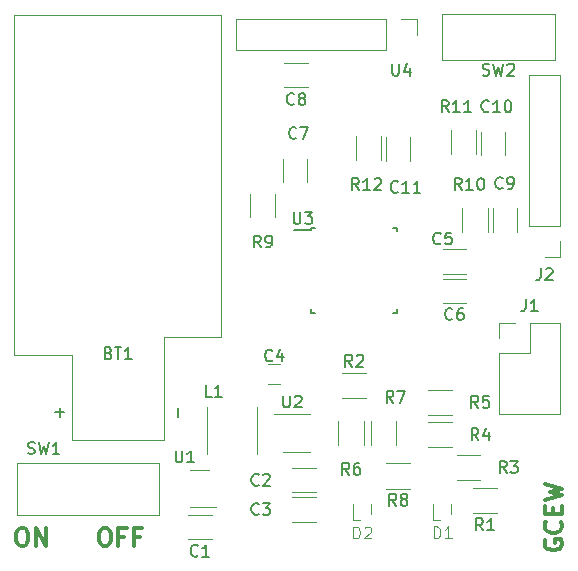
<source format=gto>
G04 #@! TF.FileFunction,Legend,Top*
%FSLAX46Y46*%
G04 Gerber Fmt 4.6, Leading zero omitted, Abs format (unit mm)*
G04 Created by KiCad (PCBNEW 4.0.7) date 10/19/18 11:12:39*
%MOMM*%
%LPD*%
G01*
G04 APERTURE LIST*
%ADD10C,0.100000*%
%ADD11C,0.300000*%
%ADD12C,0.120000*%
%ADD13C,0.150000*%
G04 APERTURE END LIST*
D10*
D11*
X138521429Y-144578571D02*
X138807143Y-144578571D01*
X138950001Y-144650000D01*
X139092858Y-144792857D01*
X139164286Y-145078571D01*
X139164286Y-145578571D01*
X139092858Y-145864286D01*
X138950001Y-146007143D01*
X138807143Y-146078571D01*
X138521429Y-146078571D01*
X138378572Y-146007143D01*
X138235715Y-145864286D01*
X138164286Y-145578571D01*
X138164286Y-145078571D01*
X138235715Y-144792857D01*
X138378572Y-144650000D01*
X138521429Y-144578571D01*
X140307144Y-145292857D02*
X139807144Y-145292857D01*
X139807144Y-146078571D02*
X139807144Y-144578571D01*
X140521430Y-144578571D01*
X141592858Y-145292857D02*
X141092858Y-145292857D01*
X141092858Y-146078571D02*
X141092858Y-144578571D01*
X141807144Y-144578571D01*
X131521428Y-144578571D02*
X131807142Y-144578571D01*
X131950000Y-144650000D01*
X132092857Y-144792857D01*
X132164285Y-145078571D01*
X132164285Y-145578571D01*
X132092857Y-145864286D01*
X131950000Y-146007143D01*
X131807142Y-146078571D01*
X131521428Y-146078571D01*
X131378571Y-146007143D01*
X131235714Y-145864286D01*
X131164285Y-145578571D01*
X131164285Y-145078571D01*
X131235714Y-144792857D01*
X131378571Y-144650000D01*
X131521428Y-144578571D01*
X132807143Y-146078571D02*
X132807143Y-144578571D01*
X133664286Y-146078571D01*
X133664286Y-144578571D01*
X175950000Y-145592857D02*
X175878571Y-145735714D01*
X175878571Y-145950000D01*
X175950000Y-146164285D01*
X176092857Y-146307143D01*
X176235714Y-146378571D01*
X176521429Y-146450000D01*
X176735714Y-146450000D01*
X177021429Y-146378571D01*
X177164286Y-146307143D01*
X177307143Y-146164285D01*
X177378571Y-145950000D01*
X177378571Y-145807143D01*
X177307143Y-145592857D01*
X177235714Y-145521428D01*
X176735714Y-145521428D01*
X176735714Y-145807143D01*
X177235714Y-144021428D02*
X177307143Y-144092857D01*
X177378571Y-144307143D01*
X177378571Y-144450000D01*
X177307143Y-144664285D01*
X177164286Y-144807143D01*
X177021429Y-144878571D01*
X176735714Y-144950000D01*
X176521429Y-144950000D01*
X176235714Y-144878571D01*
X176092857Y-144807143D01*
X175950000Y-144664285D01*
X175878571Y-144450000D01*
X175878571Y-144307143D01*
X175950000Y-144092857D01*
X176021429Y-144021428D01*
X176592857Y-143378571D02*
X176592857Y-142878571D01*
X177378571Y-142664285D02*
X177378571Y-143378571D01*
X175878571Y-143378571D01*
X175878571Y-142664285D01*
X175878571Y-142164285D02*
X177378571Y-141807142D01*
X176307143Y-141521428D01*
X177378571Y-141235714D01*
X175878571Y-140878571D01*
D12*
X154500000Y-138100000D02*
X153750000Y-138100000D01*
X154500000Y-138100000D02*
X156000000Y-138100000D01*
X154500000Y-134900000D02*
X153000000Y-134900000D01*
X154500000Y-134900000D02*
X156000000Y-134900000D01*
X135850000Y-129900000D02*
X135850000Y-137150000D01*
X135850000Y-137150000D02*
X143650000Y-137150000D01*
X143650000Y-137150000D02*
X143650000Y-128400000D01*
X143650000Y-128400000D02*
X148500000Y-128400000D01*
X148500000Y-128400000D02*
X148500000Y-101100000D01*
X148500000Y-101100000D02*
X131000000Y-101100000D01*
X131000000Y-101100000D02*
X131000000Y-129900000D01*
X131000000Y-129900000D02*
X135850000Y-129900000D01*
X147700000Y-143480000D02*
X145700000Y-143480000D01*
X145700000Y-145520000D02*
X147700000Y-145520000D01*
X154500000Y-141520000D02*
X156500000Y-141520000D01*
X156500000Y-139480000D02*
X154500000Y-139480000D01*
X154500000Y-144020000D02*
X156500000Y-144020000D01*
X156500000Y-141980000D02*
X154500000Y-141980000D01*
X169250000Y-120980000D02*
X167250000Y-120980000D01*
X167250000Y-123020000D02*
X169250000Y-123020000D01*
X167250000Y-125520000D02*
X169250000Y-125520000D01*
X169250000Y-123480000D02*
X167250000Y-123480000D01*
X155745000Y-115300000D02*
X155745000Y-113300000D01*
X153705000Y-113300000D02*
X153705000Y-115300000D01*
X153850000Y-107220000D02*
X155850000Y-107220000D01*
X155850000Y-105180000D02*
X153850000Y-105180000D01*
X173520000Y-119500000D02*
X173520000Y-117500000D01*
X171480000Y-117500000D02*
X171480000Y-119500000D01*
X170480000Y-111000000D02*
X170480000Y-113000000D01*
X172520000Y-113000000D02*
X172520000Y-111000000D01*
X162480000Y-111500000D02*
X162480000Y-113500000D01*
X164520000Y-113500000D02*
X164520000Y-111500000D01*
X172020000Y-134910000D02*
X177220000Y-134910000D01*
X172020000Y-129770000D02*
X172020000Y-134910000D01*
X177220000Y-127170000D02*
X177220000Y-134910000D01*
X172020000Y-129770000D02*
X174620000Y-129770000D01*
X174620000Y-129770000D02*
X174620000Y-127170000D01*
X174620000Y-127170000D02*
X177220000Y-127170000D01*
X172020000Y-128500000D02*
X172020000Y-127170000D01*
X172020000Y-127170000D02*
X173350000Y-127170000D01*
X177230000Y-106245000D02*
X174570000Y-106245000D01*
X177230000Y-119005000D02*
X177230000Y-106245000D01*
X174570000Y-119005000D02*
X174570000Y-106245000D01*
X177230000Y-119005000D02*
X174570000Y-119005000D01*
X177230000Y-120275000D02*
X177230000Y-121605000D01*
X177230000Y-121605000D02*
X175900000Y-121605000D01*
X151500000Y-134300000D02*
X151500000Y-138300000D01*
X147300000Y-134300000D02*
X147300000Y-138300000D01*
X169825000Y-141155000D02*
X171825000Y-141155000D01*
X171825000Y-143295000D02*
X169825000Y-143295000D01*
X158750000Y-131430000D02*
X160750000Y-131430000D01*
X160750000Y-133570000D02*
X158750000Y-133570000D01*
X168425000Y-138380000D02*
X170425000Y-138380000D01*
X170425000Y-140520000D02*
X168425000Y-140520000D01*
X166050000Y-135605000D02*
X168050000Y-135605000D01*
X168050000Y-137745000D02*
X166050000Y-137745000D01*
X166050000Y-132855000D02*
X168050000Y-132855000D01*
X168050000Y-134995000D02*
X166050000Y-134995000D01*
X160570000Y-135500000D02*
X160570000Y-137500000D01*
X158430000Y-137500000D02*
X158430000Y-135500000D01*
X163320000Y-135500000D02*
X163320000Y-137500000D01*
X161180000Y-137500000D02*
X161180000Y-135500000D01*
X164475000Y-141220000D02*
X162475000Y-141220000D01*
X162475000Y-139080000D02*
X164475000Y-139080000D01*
X153095000Y-116250000D02*
X153095000Y-118250000D01*
X150955000Y-118250000D02*
X150955000Y-116250000D01*
X168930000Y-119500000D02*
X168930000Y-117500000D01*
X171070000Y-117500000D02*
X171070000Y-119500000D01*
X170070000Y-110900000D02*
X170070000Y-112900000D01*
X167930000Y-112900000D02*
X167930000Y-110900000D01*
X162070000Y-111400000D02*
X162070000Y-113400000D01*
X159930000Y-113400000D02*
X159930000Y-111400000D01*
X143200000Y-139050000D02*
X131200000Y-139050000D01*
X131200000Y-139050000D02*
X131200000Y-143450000D01*
X131200000Y-143450000D02*
X143200000Y-143450000D01*
X143200000Y-143450000D02*
X143200000Y-139050000D01*
D10*
X176775000Y-104950000D02*
X176775000Y-101050000D01*
X176775000Y-101050000D02*
X167175000Y-101050000D01*
X167175000Y-101050000D02*
X167175000Y-104950000D01*
X167175000Y-104950000D02*
X176775000Y-104950000D01*
D13*
X156125000Y-119125000D02*
X156125000Y-119350000D01*
X163375000Y-119125000D02*
X163375000Y-119450000D01*
X163375000Y-126375000D02*
X163375000Y-126050000D01*
X156125000Y-126375000D02*
X156125000Y-126050000D01*
X156125000Y-119125000D02*
X156450000Y-119125000D01*
X156125000Y-126375000D02*
X156450000Y-126375000D01*
X163375000Y-126375000D02*
X163050000Y-126375000D01*
X163375000Y-119125000D02*
X163050000Y-119125000D01*
X156125000Y-119350000D02*
X154700000Y-119350000D01*
D12*
X149720000Y-101470000D02*
X149720000Y-104130000D01*
X162480000Y-101470000D02*
X149720000Y-101470000D01*
X162480000Y-104130000D02*
X149720000Y-104130000D01*
X162480000Y-101470000D02*
X162480000Y-104130000D01*
X163750000Y-101470000D02*
X165080000Y-101470000D01*
X165080000Y-101470000D02*
X165080000Y-102800000D01*
X167025000Y-143900000D02*
X166475000Y-143900000D01*
X166475000Y-143900000D02*
X166475000Y-143800000D01*
X167975000Y-143350000D02*
X167975000Y-142500000D01*
X166475000Y-143800000D02*
X166475000Y-142500000D01*
X160225000Y-143900000D02*
X159675000Y-143900000D01*
X159675000Y-143900000D02*
X159675000Y-143800000D01*
X161175000Y-143350000D02*
X161175000Y-142500000D01*
X159675000Y-143800000D02*
X159675000Y-142500000D01*
X146700000Y-139650000D02*
X147500000Y-139650000D01*
X146700000Y-139650000D02*
X145900000Y-139650000D01*
X146700000Y-142750000D02*
X148100000Y-142750000D01*
X146700000Y-142750000D02*
X145900000Y-142750000D01*
X153500000Y-130650000D02*
X152500000Y-130650000D01*
X152500000Y-132350000D02*
X153500000Y-132350000D01*
D13*
X153738095Y-133352381D02*
X153738095Y-134161905D01*
X153785714Y-134257143D01*
X153833333Y-134304762D01*
X153928571Y-134352381D01*
X154119048Y-134352381D01*
X154214286Y-134304762D01*
X154261905Y-134257143D01*
X154309524Y-134161905D01*
X154309524Y-133352381D01*
X154738095Y-133447619D02*
X154785714Y-133400000D01*
X154880952Y-133352381D01*
X155119048Y-133352381D01*
X155214286Y-133400000D01*
X155261905Y-133447619D01*
X155309524Y-133542857D01*
X155309524Y-133638095D01*
X155261905Y-133780952D01*
X154690476Y-134352381D01*
X155309524Y-134352381D01*
X138964286Y-129753571D02*
X139107143Y-129801190D01*
X139154762Y-129848810D01*
X139202381Y-129944048D01*
X139202381Y-130086905D01*
X139154762Y-130182143D01*
X139107143Y-130229762D01*
X139011905Y-130277381D01*
X138630952Y-130277381D01*
X138630952Y-129277381D01*
X138964286Y-129277381D01*
X139059524Y-129325000D01*
X139107143Y-129372619D01*
X139154762Y-129467857D01*
X139154762Y-129563095D01*
X139107143Y-129658333D01*
X139059524Y-129705952D01*
X138964286Y-129753571D01*
X138630952Y-129753571D01*
X139488095Y-129277381D02*
X140059524Y-129277381D01*
X139773809Y-130277381D02*
X139773809Y-129277381D01*
X140916667Y-130277381D02*
X140345238Y-130277381D01*
X140630952Y-130277381D02*
X140630952Y-129277381D01*
X140535714Y-129420238D01*
X140440476Y-129515476D01*
X140345238Y-129563095D01*
X144821429Y-135155952D02*
X144821429Y-134394047D01*
X134821429Y-135155952D02*
X134821429Y-134394047D01*
X135202381Y-134774999D02*
X134440476Y-134774999D01*
X146533334Y-146882143D02*
X146485715Y-146929762D01*
X146342858Y-146977381D01*
X146247620Y-146977381D01*
X146104762Y-146929762D01*
X146009524Y-146834524D01*
X145961905Y-146739286D01*
X145914286Y-146548810D01*
X145914286Y-146405952D01*
X145961905Y-146215476D01*
X146009524Y-146120238D01*
X146104762Y-146025000D01*
X146247620Y-145977381D01*
X146342858Y-145977381D01*
X146485715Y-146025000D01*
X146533334Y-146072619D01*
X147485715Y-146977381D02*
X146914286Y-146977381D01*
X147200000Y-146977381D02*
X147200000Y-145977381D01*
X147104762Y-146120238D01*
X147009524Y-146215476D01*
X146914286Y-146263095D01*
X151683334Y-140882143D02*
X151635715Y-140929762D01*
X151492858Y-140977381D01*
X151397620Y-140977381D01*
X151254762Y-140929762D01*
X151159524Y-140834524D01*
X151111905Y-140739286D01*
X151064286Y-140548810D01*
X151064286Y-140405952D01*
X151111905Y-140215476D01*
X151159524Y-140120238D01*
X151254762Y-140025000D01*
X151397620Y-139977381D01*
X151492858Y-139977381D01*
X151635715Y-140025000D01*
X151683334Y-140072619D01*
X152064286Y-140072619D02*
X152111905Y-140025000D01*
X152207143Y-139977381D01*
X152445239Y-139977381D01*
X152540477Y-140025000D01*
X152588096Y-140072619D01*
X152635715Y-140167857D01*
X152635715Y-140263095D01*
X152588096Y-140405952D01*
X152016667Y-140977381D01*
X152635715Y-140977381D01*
X151683334Y-143357143D02*
X151635715Y-143404762D01*
X151492858Y-143452381D01*
X151397620Y-143452381D01*
X151254762Y-143404762D01*
X151159524Y-143309524D01*
X151111905Y-143214286D01*
X151064286Y-143023810D01*
X151064286Y-142880952D01*
X151111905Y-142690476D01*
X151159524Y-142595238D01*
X151254762Y-142500000D01*
X151397620Y-142452381D01*
X151492858Y-142452381D01*
X151635715Y-142500000D01*
X151683334Y-142547619D01*
X152016667Y-142452381D02*
X152635715Y-142452381D01*
X152302381Y-142833333D01*
X152445239Y-142833333D01*
X152540477Y-142880952D01*
X152588096Y-142928571D01*
X152635715Y-143023810D01*
X152635715Y-143261905D01*
X152588096Y-143357143D01*
X152540477Y-143404762D01*
X152445239Y-143452381D01*
X152159524Y-143452381D01*
X152064286Y-143404762D01*
X152016667Y-143357143D01*
X167083334Y-120457143D02*
X167035715Y-120504762D01*
X166892858Y-120552381D01*
X166797620Y-120552381D01*
X166654762Y-120504762D01*
X166559524Y-120409524D01*
X166511905Y-120314286D01*
X166464286Y-120123810D01*
X166464286Y-119980952D01*
X166511905Y-119790476D01*
X166559524Y-119695238D01*
X166654762Y-119600000D01*
X166797620Y-119552381D01*
X166892858Y-119552381D01*
X167035715Y-119600000D01*
X167083334Y-119647619D01*
X167988096Y-119552381D02*
X167511905Y-119552381D01*
X167464286Y-120028571D01*
X167511905Y-119980952D01*
X167607143Y-119933333D01*
X167845239Y-119933333D01*
X167940477Y-119980952D01*
X167988096Y-120028571D01*
X168035715Y-120123810D01*
X168035715Y-120361905D01*
X167988096Y-120457143D01*
X167940477Y-120504762D01*
X167845239Y-120552381D01*
X167607143Y-120552381D01*
X167511905Y-120504762D01*
X167464286Y-120457143D01*
X168083334Y-126857143D02*
X168035715Y-126904762D01*
X167892858Y-126952381D01*
X167797620Y-126952381D01*
X167654762Y-126904762D01*
X167559524Y-126809524D01*
X167511905Y-126714286D01*
X167464286Y-126523810D01*
X167464286Y-126380952D01*
X167511905Y-126190476D01*
X167559524Y-126095238D01*
X167654762Y-126000000D01*
X167797620Y-125952381D01*
X167892858Y-125952381D01*
X168035715Y-126000000D01*
X168083334Y-126047619D01*
X168940477Y-125952381D02*
X168750000Y-125952381D01*
X168654762Y-126000000D01*
X168607143Y-126047619D01*
X168511905Y-126190476D01*
X168464286Y-126380952D01*
X168464286Y-126761905D01*
X168511905Y-126857143D01*
X168559524Y-126904762D01*
X168654762Y-126952381D01*
X168845239Y-126952381D01*
X168940477Y-126904762D01*
X168988096Y-126857143D01*
X169035715Y-126761905D01*
X169035715Y-126523810D01*
X168988096Y-126428571D01*
X168940477Y-126380952D01*
X168845239Y-126333333D01*
X168654762Y-126333333D01*
X168559524Y-126380952D01*
X168511905Y-126428571D01*
X168464286Y-126523810D01*
X154858334Y-111532143D02*
X154810715Y-111579762D01*
X154667858Y-111627381D01*
X154572620Y-111627381D01*
X154429762Y-111579762D01*
X154334524Y-111484524D01*
X154286905Y-111389286D01*
X154239286Y-111198810D01*
X154239286Y-111055952D01*
X154286905Y-110865476D01*
X154334524Y-110770238D01*
X154429762Y-110675000D01*
X154572620Y-110627381D01*
X154667858Y-110627381D01*
X154810715Y-110675000D01*
X154858334Y-110722619D01*
X155191667Y-110627381D02*
X155858334Y-110627381D01*
X155429762Y-111627381D01*
X154683334Y-108657143D02*
X154635715Y-108704762D01*
X154492858Y-108752381D01*
X154397620Y-108752381D01*
X154254762Y-108704762D01*
X154159524Y-108609524D01*
X154111905Y-108514286D01*
X154064286Y-108323810D01*
X154064286Y-108180952D01*
X154111905Y-107990476D01*
X154159524Y-107895238D01*
X154254762Y-107800000D01*
X154397620Y-107752381D01*
X154492858Y-107752381D01*
X154635715Y-107800000D01*
X154683334Y-107847619D01*
X155254762Y-108180952D02*
X155159524Y-108133333D01*
X155111905Y-108085714D01*
X155064286Y-107990476D01*
X155064286Y-107942857D01*
X155111905Y-107847619D01*
X155159524Y-107800000D01*
X155254762Y-107752381D01*
X155445239Y-107752381D01*
X155540477Y-107800000D01*
X155588096Y-107847619D01*
X155635715Y-107942857D01*
X155635715Y-107990476D01*
X155588096Y-108085714D01*
X155540477Y-108133333D01*
X155445239Y-108180952D01*
X155254762Y-108180952D01*
X155159524Y-108228571D01*
X155111905Y-108276190D01*
X155064286Y-108371429D01*
X155064286Y-108561905D01*
X155111905Y-108657143D01*
X155159524Y-108704762D01*
X155254762Y-108752381D01*
X155445239Y-108752381D01*
X155540477Y-108704762D01*
X155588096Y-108657143D01*
X155635715Y-108561905D01*
X155635715Y-108371429D01*
X155588096Y-108276190D01*
X155540477Y-108228571D01*
X155445239Y-108180952D01*
X172333334Y-115757143D02*
X172285715Y-115804762D01*
X172142858Y-115852381D01*
X172047620Y-115852381D01*
X171904762Y-115804762D01*
X171809524Y-115709524D01*
X171761905Y-115614286D01*
X171714286Y-115423810D01*
X171714286Y-115280952D01*
X171761905Y-115090476D01*
X171809524Y-114995238D01*
X171904762Y-114900000D01*
X172047620Y-114852381D01*
X172142858Y-114852381D01*
X172285715Y-114900000D01*
X172333334Y-114947619D01*
X172809524Y-115852381D02*
X173000000Y-115852381D01*
X173095239Y-115804762D01*
X173142858Y-115757143D01*
X173238096Y-115614286D01*
X173285715Y-115423810D01*
X173285715Y-115042857D01*
X173238096Y-114947619D01*
X173190477Y-114900000D01*
X173095239Y-114852381D01*
X172904762Y-114852381D01*
X172809524Y-114900000D01*
X172761905Y-114947619D01*
X172714286Y-115042857D01*
X172714286Y-115280952D01*
X172761905Y-115376190D01*
X172809524Y-115423810D01*
X172904762Y-115471429D01*
X173095239Y-115471429D01*
X173190477Y-115423810D01*
X173238096Y-115376190D01*
X173285715Y-115280952D01*
X171157143Y-109257143D02*
X171109524Y-109304762D01*
X170966667Y-109352381D01*
X170871429Y-109352381D01*
X170728571Y-109304762D01*
X170633333Y-109209524D01*
X170585714Y-109114286D01*
X170538095Y-108923810D01*
X170538095Y-108780952D01*
X170585714Y-108590476D01*
X170633333Y-108495238D01*
X170728571Y-108400000D01*
X170871429Y-108352381D01*
X170966667Y-108352381D01*
X171109524Y-108400000D01*
X171157143Y-108447619D01*
X172109524Y-109352381D02*
X171538095Y-109352381D01*
X171823809Y-109352381D02*
X171823809Y-108352381D01*
X171728571Y-108495238D01*
X171633333Y-108590476D01*
X171538095Y-108638095D01*
X172728571Y-108352381D02*
X172823810Y-108352381D01*
X172919048Y-108400000D01*
X172966667Y-108447619D01*
X173014286Y-108542857D01*
X173061905Y-108733333D01*
X173061905Y-108971429D01*
X173014286Y-109161905D01*
X172966667Y-109257143D01*
X172919048Y-109304762D01*
X172823810Y-109352381D01*
X172728571Y-109352381D01*
X172633333Y-109304762D01*
X172585714Y-109257143D01*
X172538095Y-109161905D01*
X172490476Y-108971429D01*
X172490476Y-108733333D01*
X172538095Y-108542857D01*
X172585714Y-108447619D01*
X172633333Y-108400000D01*
X172728571Y-108352381D01*
X163457143Y-116082143D02*
X163409524Y-116129762D01*
X163266667Y-116177381D01*
X163171429Y-116177381D01*
X163028571Y-116129762D01*
X162933333Y-116034524D01*
X162885714Y-115939286D01*
X162838095Y-115748810D01*
X162838095Y-115605952D01*
X162885714Y-115415476D01*
X162933333Y-115320238D01*
X163028571Y-115225000D01*
X163171429Y-115177381D01*
X163266667Y-115177381D01*
X163409524Y-115225000D01*
X163457143Y-115272619D01*
X164409524Y-116177381D02*
X163838095Y-116177381D01*
X164123809Y-116177381D02*
X164123809Y-115177381D01*
X164028571Y-115320238D01*
X163933333Y-115415476D01*
X163838095Y-115463095D01*
X165361905Y-116177381D02*
X164790476Y-116177381D01*
X165076190Y-116177381D02*
X165076190Y-115177381D01*
X164980952Y-115320238D01*
X164885714Y-115415476D01*
X164790476Y-115463095D01*
X174291667Y-125202381D02*
X174291667Y-125916667D01*
X174244047Y-126059524D01*
X174148809Y-126154762D01*
X174005952Y-126202381D01*
X173910714Y-126202381D01*
X175291667Y-126202381D02*
X174720238Y-126202381D01*
X175005952Y-126202381D02*
X175005952Y-125202381D01*
X174910714Y-125345238D01*
X174815476Y-125440476D01*
X174720238Y-125488095D01*
X175566667Y-122577381D02*
X175566667Y-123291667D01*
X175519047Y-123434524D01*
X175423809Y-123529762D01*
X175280952Y-123577381D01*
X175185714Y-123577381D01*
X175995238Y-122672619D02*
X176042857Y-122625000D01*
X176138095Y-122577381D01*
X176376191Y-122577381D01*
X176471429Y-122625000D01*
X176519048Y-122672619D01*
X176566667Y-122767857D01*
X176566667Y-122863095D01*
X176519048Y-123005952D01*
X175947619Y-123577381D01*
X176566667Y-123577381D01*
X147683334Y-133452381D02*
X147207143Y-133452381D01*
X147207143Y-132452381D01*
X148540477Y-133452381D02*
X147969048Y-133452381D01*
X148254762Y-133452381D02*
X148254762Y-132452381D01*
X148159524Y-132595238D01*
X148064286Y-132690476D01*
X147969048Y-132738095D01*
X170658334Y-144752381D02*
X170325000Y-144276190D01*
X170086905Y-144752381D02*
X170086905Y-143752381D01*
X170467858Y-143752381D01*
X170563096Y-143800000D01*
X170610715Y-143847619D01*
X170658334Y-143942857D01*
X170658334Y-144085714D01*
X170610715Y-144180952D01*
X170563096Y-144228571D01*
X170467858Y-144276190D01*
X170086905Y-144276190D01*
X171610715Y-144752381D02*
X171039286Y-144752381D01*
X171325000Y-144752381D02*
X171325000Y-143752381D01*
X171229762Y-143895238D01*
X171134524Y-143990476D01*
X171039286Y-144038095D01*
X159583334Y-130902381D02*
X159250000Y-130426190D01*
X159011905Y-130902381D02*
X159011905Y-129902381D01*
X159392858Y-129902381D01*
X159488096Y-129950000D01*
X159535715Y-129997619D01*
X159583334Y-130092857D01*
X159583334Y-130235714D01*
X159535715Y-130330952D01*
X159488096Y-130378571D01*
X159392858Y-130426190D01*
X159011905Y-130426190D01*
X159964286Y-129997619D02*
X160011905Y-129950000D01*
X160107143Y-129902381D01*
X160345239Y-129902381D01*
X160440477Y-129950000D01*
X160488096Y-129997619D01*
X160535715Y-130092857D01*
X160535715Y-130188095D01*
X160488096Y-130330952D01*
X159916667Y-130902381D01*
X160535715Y-130902381D01*
X172658334Y-139902381D02*
X172325000Y-139426190D01*
X172086905Y-139902381D02*
X172086905Y-138902381D01*
X172467858Y-138902381D01*
X172563096Y-138950000D01*
X172610715Y-138997619D01*
X172658334Y-139092857D01*
X172658334Y-139235714D01*
X172610715Y-139330952D01*
X172563096Y-139378571D01*
X172467858Y-139426190D01*
X172086905Y-139426190D01*
X172991667Y-138902381D02*
X173610715Y-138902381D01*
X173277381Y-139283333D01*
X173420239Y-139283333D01*
X173515477Y-139330952D01*
X173563096Y-139378571D01*
X173610715Y-139473810D01*
X173610715Y-139711905D01*
X173563096Y-139807143D01*
X173515477Y-139854762D01*
X173420239Y-139902381D01*
X173134524Y-139902381D01*
X173039286Y-139854762D01*
X172991667Y-139807143D01*
X170283334Y-137127381D02*
X169950000Y-136651190D01*
X169711905Y-137127381D02*
X169711905Y-136127381D01*
X170092858Y-136127381D01*
X170188096Y-136175000D01*
X170235715Y-136222619D01*
X170283334Y-136317857D01*
X170283334Y-136460714D01*
X170235715Y-136555952D01*
X170188096Y-136603571D01*
X170092858Y-136651190D01*
X169711905Y-136651190D01*
X171140477Y-136460714D02*
X171140477Y-137127381D01*
X170902381Y-136079762D02*
X170664286Y-136794048D01*
X171283334Y-136794048D01*
X170258334Y-134377381D02*
X169925000Y-133901190D01*
X169686905Y-134377381D02*
X169686905Y-133377381D01*
X170067858Y-133377381D01*
X170163096Y-133425000D01*
X170210715Y-133472619D01*
X170258334Y-133567857D01*
X170258334Y-133710714D01*
X170210715Y-133805952D01*
X170163096Y-133853571D01*
X170067858Y-133901190D01*
X169686905Y-133901190D01*
X171163096Y-133377381D02*
X170686905Y-133377381D01*
X170639286Y-133853571D01*
X170686905Y-133805952D01*
X170782143Y-133758333D01*
X171020239Y-133758333D01*
X171115477Y-133805952D01*
X171163096Y-133853571D01*
X171210715Y-133948810D01*
X171210715Y-134186905D01*
X171163096Y-134282143D01*
X171115477Y-134329762D01*
X171020239Y-134377381D01*
X170782143Y-134377381D01*
X170686905Y-134329762D01*
X170639286Y-134282143D01*
X159333334Y-140052381D02*
X159000000Y-139576190D01*
X158761905Y-140052381D02*
X158761905Y-139052381D01*
X159142858Y-139052381D01*
X159238096Y-139100000D01*
X159285715Y-139147619D01*
X159333334Y-139242857D01*
X159333334Y-139385714D01*
X159285715Y-139480952D01*
X159238096Y-139528571D01*
X159142858Y-139576190D01*
X158761905Y-139576190D01*
X160190477Y-139052381D02*
X160000000Y-139052381D01*
X159904762Y-139100000D01*
X159857143Y-139147619D01*
X159761905Y-139290476D01*
X159714286Y-139480952D01*
X159714286Y-139861905D01*
X159761905Y-139957143D01*
X159809524Y-140004762D01*
X159904762Y-140052381D01*
X160095239Y-140052381D01*
X160190477Y-140004762D01*
X160238096Y-139957143D01*
X160285715Y-139861905D01*
X160285715Y-139623810D01*
X160238096Y-139528571D01*
X160190477Y-139480952D01*
X160095239Y-139433333D01*
X159904762Y-139433333D01*
X159809524Y-139480952D01*
X159761905Y-139528571D01*
X159714286Y-139623810D01*
X163083334Y-133952381D02*
X162750000Y-133476190D01*
X162511905Y-133952381D02*
X162511905Y-132952381D01*
X162892858Y-132952381D01*
X162988096Y-133000000D01*
X163035715Y-133047619D01*
X163083334Y-133142857D01*
X163083334Y-133285714D01*
X163035715Y-133380952D01*
X162988096Y-133428571D01*
X162892858Y-133476190D01*
X162511905Y-133476190D01*
X163416667Y-132952381D02*
X164083334Y-132952381D01*
X163654762Y-133952381D01*
X163308334Y-142677381D02*
X162975000Y-142201190D01*
X162736905Y-142677381D02*
X162736905Y-141677381D01*
X163117858Y-141677381D01*
X163213096Y-141725000D01*
X163260715Y-141772619D01*
X163308334Y-141867857D01*
X163308334Y-142010714D01*
X163260715Y-142105952D01*
X163213096Y-142153571D01*
X163117858Y-142201190D01*
X162736905Y-142201190D01*
X163879762Y-142105952D02*
X163784524Y-142058333D01*
X163736905Y-142010714D01*
X163689286Y-141915476D01*
X163689286Y-141867857D01*
X163736905Y-141772619D01*
X163784524Y-141725000D01*
X163879762Y-141677381D01*
X164070239Y-141677381D01*
X164165477Y-141725000D01*
X164213096Y-141772619D01*
X164260715Y-141867857D01*
X164260715Y-141915476D01*
X164213096Y-142010714D01*
X164165477Y-142058333D01*
X164070239Y-142105952D01*
X163879762Y-142105952D01*
X163784524Y-142153571D01*
X163736905Y-142201190D01*
X163689286Y-142296429D01*
X163689286Y-142486905D01*
X163736905Y-142582143D01*
X163784524Y-142629762D01*
X163879762Y-142677381D01*
X164070239Y-142677381D01*
X164165477Y-142629762D01*
X164213096Y-142582143D01*
X164260715Y-142486905D01*
X164260715Y-142296429D01*
X164213096Y-142201190D01*
X164165477Y-142153571D01*
X164070239Y-142105952D01*
X151858334Y-120802381D02*
X151525000Y-120326190D01*
X151286905Y-120802381D02*
X151286905Y-119802381D01*
X151667858Y-119802381D01*
X151763096Y-119850000D01*
X151810715Y-119897619D01*
X151858334Y-119992857D01*
X151858334Y-120135714D01*
X151810715Y-120230952D01*
X151763096Y-120278571D01*
X151667858Y-120326190D01*
X151286905Y-120326190D01*
X152334524Y-120802381D02*
X152525000Y-120802381D01*
X152620239Y-120754762D01*
X152667858Y-120707143D01*
X152763096Y-120564286D01*
X152810715Y-120373810D01*
X152810715Y-119992857D01*
X152763096Y-119897619D01*
X152715477Y-119850000D01*
X152620239Y-119802381D01*
X152429762Y-119802381D01*
X152334524Y-119850000D01*
X152286905Y-119897619D01*
X152239286Y-119992857D01*
X152239286Y-120230952D01*
X152286905Y-120326190D01*
X152334524Y-120373810D01*
X152429762Y-120421429D01*
X152620239Y-120421429D01*
X152715477Y-120373810D01*
X152763096Y-120326190D01*
X152810715Y-120230952D01*
X168857143Y-115927381D02*
X168523809Y-115451190D01*
X168285714Y-115927381D02*
X168285714Y-114927381D01*
X168666667Y-114927381D01*
X168761905Y-114975000D01*
X168809524Y-115022619D01*
X168857143Y-115117857D01*
X168857143Y-115260714D01*
X168809524Y-115355952D01*
X168761905Y-115403571D01*
X168666667Y-115451190D01*
X168285714Y-115451190D01*
X169809524Y-115927381D02*
X169238095Y-115927381D01*
X169523809Y-115927381D02*
X169523809Y-114927381D01*
X169428571Y-115070238D01*
X169333333Y-115165476D01*
X169238095Y-115213095D01*
X170428571Y-114927381D02*
X170523810Y-114927381D01*
X170619048Y-114975000D01*
X170666667Y-115022619D01*
X170714286Y-115117857D01*
X170761905Y-115308333D01*
X170761905Y-115546429D01*
X170714286Y-115736905D01*
X170666667Y-115832143D01*
X170619048Y-115879762D01*
X170523810Y-115927381D01*
X170428571Y-115927381D01*
X170333333Y-115879762D01*
X170285714Y-115832143D01*
X170238095Y-115736905D01*
X170190476Y-115546429D01*
X170190476Y-115308333D01*
X170238095Y-115117857D01*
X170285714Y-115022619D01*
X170333333Y-114975000D01*
X170428571Y-114927381D01*
X167757143Y-109352381D02*
X167423809Y-108876190D01*
X167185714Y-109352381D02*
X167185714Y-108352381D01*
X167566667Y-108352381D01*
X167661905Y-108400000D01*
X167709524Y-108447619D01*
X167757143Y-108542857D01*
X167757143Y-108685714D01*
X167709524Y-108780952D01*
X167661905Y-108828571D01*
X167566667Y-108876190D01*
X167185714Y-108876190D01*
X168709524Y-109352381D02*
X168138095Y-109352381D01*
X168423809Y-109352381D02*
X168423809Y-108352381D01*
X168328571Y-108495238D01*
X168233333Y-108590476D01*
X168138095Y-108638095D01*
X169661905Y-109352381D02*
X169090476Y-109352381D01*
X169376190Y-109352381D02*
X169376190Y-108352381D01*
X169280952Y-108495238D01*
X169185714Y-108590476D01*
X169090476Y-108638095D01*
X160157143Y-115952381D02*
X159823809Y-115476190D01*
X159585714Y-115952381D02*
X159585714Y-114952381D01*
X159966667Y-114952381D01*
X160061905Y-115000000D01*
X160109524Y-115047619D01*
X160157143Y-115142857D01*
X160157143Y-115285714D01*
X160109524Y-115380952D01*
X160061905Y-115428571D01*
X159966667Y-115476190D01*
X159585714Y-115476190D01*
X161109524Y-115952381D02*
X160538095Y-115952381D01*
X160823809Y-115952381D02*
X160823809Y-114952381D01*
X160728571Y-115095238D01*
X160633333Y-115190476D01*
X160538095Y-115238095D01*
X161490476Y-115047619D02*
X161538095Y-115000000D01*
X161633333Y-114952381D01*
X161871429Y-114952381D01*
X161966667Y-115000000D01*
X162014286Y-115047619D01*
X162061905Y-115142857D01*
X162061905Y-115238095D01*
X162014286Y-115380952D01*
X161442857Y-115952381D01*
X162061905Y-115952381D01*
X132141667Y-138254762D02*
X132284524Y-138302381D01*
X132522620Y-138302381D01*
X132617858Y-138254762D01*
X132665477Y-138207143D01*
X132713096Y-138111905D01*
X132713096Y-138016667D01*
X132665477Y-137921429D01*
X132617858Y-137873810D01*
X132522620Y-137826190D01*
X132332143Y-137778571D01*
X132236905Y-137730952D01*
X132189286Y-137683333D01*
X132141667Y-137588095D01*
X132141667Y-137492857D01*
X132189286Y-137397619D01*
X132236905Y-137350000D01*
X132332143Y-137302381D01*
X132570239Y-137302381D01*
X132713096Y-137350000D01*
X133046429Y-137302381D02*
X133284524Y-138302381D01*
X133475001Y-137588095D01*
X133665477Y-138302381D01*
X133903572Y-137302381D01*
X134808334Y-138302381D02*
X134236905Y-138302381D01*
X134522619Y-138302381D02*
X134522619Y-137302381D01*
X134427381Y-137445238D01*
X134332143Y-137540476D01*
X134236905Y-137588095D01*
X170641667Y-106204762D02*
X170784524Y-106252381D01*
X171022620Y-106252381D01*
X171117858Y-106204762D01*
X171165477Y-106157143D01*
X171213096Y-106061905D01*
X171213096Y-105966667D01*
X171165477Y-105871429D01*
X171117858Y-105823810D01*
X171022620Y-105776190D01*
X170832143Y-105728571D01*
X170736905Y-105680952D01*
X170689286Y-105633333D01*
X170641667Y-105538095D01*
X170641667Y-105442857D01*
X170689286Y-105347619D01*
X170736905Y-105300000D01*
X170832143Y-105252381D01*
X171070239Y-105252381D01*
X171213096Y-105300000D01*
X171546429Y-105252381D02*
X171784524Y-106252381D01*
X171975001Y-105538095D01*
X172165477Y-106252381D01*
X172403572Y-105252381D01*
X172736905Y-105347619D02*
X172784524Y-105300000D01*
X172879762Y-105252381D01*
X173117858Y-105252381D01*
X173213096Y-105300000D01*
X173260715Y-105347619D01*
X173308334Y-105442857D01*
X173308334Y-105538095D01*
X173260715Y-105680952D01*
X172689286Y-106252381D01*
X173308334Y-106252381D01*
X154638095Y-117802381D02*
X154638095Y-118611905D01*
X154685714Y-118707143D01*
X154733333Y-118754762D01*
X154828571Y-118802381D01*
X155019048Y-118802381D01*
X155114286Y-118754762D01*
X155161905Y-118707143D01*
X155209524Y-118611905D01*
X155209524Y-117802381D01*
X155590476Y-117802381D02*
X156209524Y-117802381D01*
X155876190Y-118183333D01*
X156019048Y-118183333D01*
X156114286Y-118230952D01*
X156161905Y-118278571D01*
X156209524Y-118373810D01*
X156209524Y-118611905D01*
X156161905Y-118707143D01*
X156114286Y-118754762D01*
X156019048Y-118802381D01*
X155733333Y-118802381D01*
X155638095Y-118754762D01*
X155590476Y-118707143D01*
X162988095Y-105252381D02*
X162988095Y-106061905D01*
X163035714Y-106157143D01*
X163083333Y-106204762D01*
X163178571Y-106252381D01*
X163369048Y-106252381D01*
X163464286Y-106204762D01*
X163511905Y-106157143D01*
X163559524Y-106061905D01*
X163559524Y-105252381D01*
X164464286Y-105585714D02*
X164464286Y-106252381D01*
X164226190Y-105204762D02*
X163988095Y-105919048D01*
X164607143Y-105919048D01*
D12*
X166486905Y-145427381D02*
X166486905Y-144427381D01*
X166725000Y-144427381D01*
X166867858Y-144475000D01*
X166963096Y-144570238D01*
X167010715Y-144665476D01*
X167058334Y-144855952D01*
X167058334Y-144998810D01*
X167010715Y-145189286D01*
X166963096Y-145284524D01*
X166867858Y-145379762D01*
X166725000Y-145427381D01*
X166486905Y-145427381D01*
X168010715Y-145427381D02*
X167439286Y-145427381D01*
X167725000Y-145427381D02*
X167725000Y-144427381D01*
X167629762Y-144570238D01*
X167534524Y-144665476D01*
X167439286Y-144713095D01*
X159686905Y-145452381D02*
X159686905Y-144452381D01*
X159925000Y-144452381D01*
X160067858Y-144500000D01*
X160163096Y-144595238D01*
X160210715Y-144690476D01*
X160258334Y-144880952D01*
X160258334Y-145023810D01*
X160210715Y-145214286D01*
X160163096Y-145309524D01*
X160067858Y-145404762D01*
X159925000Y-145452381D01*
X159686905Y-145452381D01*
X160639286Y-144547619D02*
X160686905Y-144500000D01*
X160782143Y-144452381D01*
X161020239Y-144452381D01*
X161115477Y-144500000D01*
X161163096Y-144547619D01*
X161210715Y-144642857D01*
X161210715Y-144738095D01*
X161163096Y-144880952D01*
X160591667Y-145452381D01*
X161210715Y-145452381D01*
D13*
X144638095Y-138002381D02*
X144638095Y-138811905D01*
X144685714Y-138907143D01*
X144733333Y-138954762D01*
X144828571Y-139002381D01*
X145019048Y-139002381D01*
X145114286Y-138954762D01*
X145161905Y-138907143D01*
X145209524Y-138811905D01*
X145209524Y-138002381D01*
X146209524Y-139002381D02*
X145638095Y-139002381D01*
X145923809Y-139002381D02*
X145923809Y-138002381D01*
X145828571Y-138145238D01*
X145733333Y-138240476D01*
X145638095Y-138288095D01*
X152833334Y-130357143D02*
X152785715Y-130404762D01*
X152642858Y-130452381D01*
X152547620Y-130452381D01*
X152404762Y-130404762D01*
X152309524Y-130309524D01*
X152261905Y-130214286D01*
X152214286Y-130023810D01*
X152214286Y-129880952D01*
X152261905Y-129690476D01*
X152309524Y-129595238D01*
X152404762Y-129500000D01*
X152547620Y-129452381D01*
X152642858Y-129452381D01*
X152785715Y-129500000D01*
X152833334Y-129547619D01*
X153690477Y-129785714D02*
X153690477Y-130452381D01*
X153452381Y-129404762D02*
X153214286Y-130119048D01*
X153833334Y-130119048D01*
M02*

</source>
